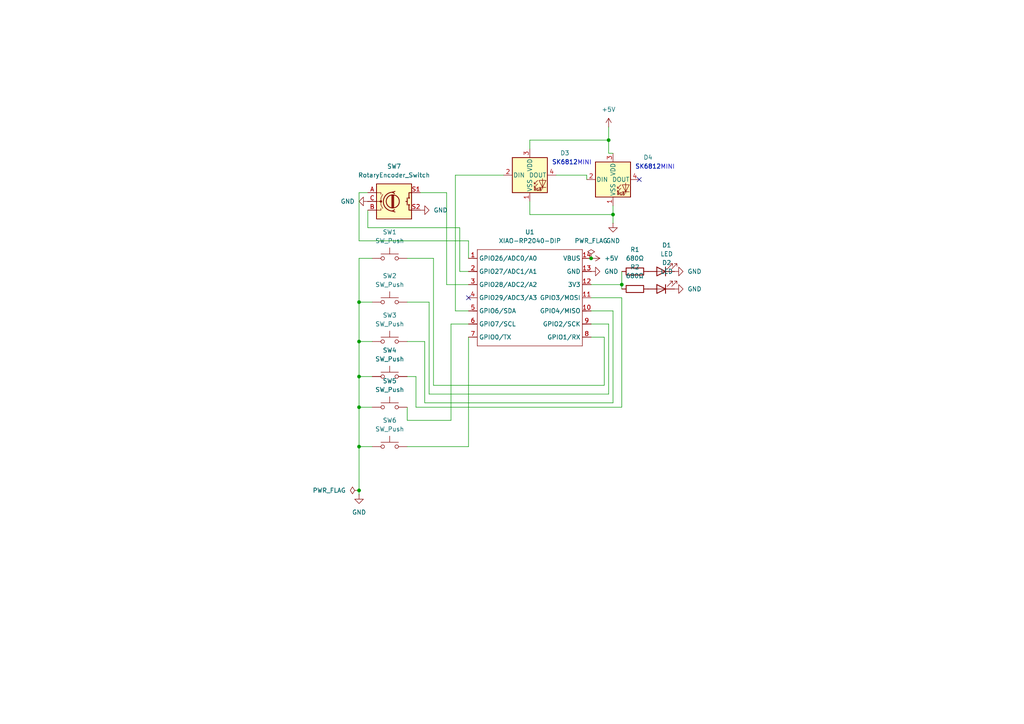
<source format=kicad_sch>
(kicad_sch (version 20250114) (generator "eeschema") (generator_version "9.0")
  (paper "A4")
  (lib_symbols
    (symbol "Device:LED" (pin_numbers (hide yes)) (pin_names (offset 1.016) (hide yes))
      (property "Reference" "D" (at 0 2.54 0))
      (property "Value" "LED" (at 0 -2.54 0))
      (symbol "LED_0_1"
        (polyline (pts (xy -3.048 -0.762) (xy -4.572 -2.286) (xy -3.81 -2.286) (xy -4.572 -2.286) (xy -4.572 -1.524)))
        (polyline (pts (xy -1.778 -0.762) (xy -3.302 -2.286) (xy -2.54 -2.286) (xy -3.302 -2.286) (xy -3.302 -1.524)))
        (polyline (pts (xy -1.27 0) (xy 1.27 0)))
        (polyline (pts (xy -1.27 -1.27) (xy -1.27 1.27)) (stroke (width 0.254)))
        (polyline (pts (xy 1.27 -1.27) (xy 1.27 1.27) (xy -1.27 0) (xy 1.27 -1.27)) (stroke (width 0.254)))
      )
      (symbol "LED_1_1"
        (pin passive line (at -3.81 0 0) (length 2.54) (name "K") (number "1"))
        (pin passive line (at 3.81 0 180) (length 2.54) (name "A") (number "2"))
      )
    )
    (symbol "Device:R" (pin_numbers (hide yes)) (pin_names (offset 0))
      (property "Reference" "R" (at 2.032 0 90))
      (property "Value" "R" (at 0 0 90))
      (symbol "R_0_1"
        (rectangle (start -1.016 -2.54) (end 1.016 2.54) (stroke (width 0.254)))
      )
      (symbol "R_1_1"
        (pin passive line (at 0 3.81 270) (length 1.27) (name "~") (number "1"))
        (pin passive line (at 0 -3.81 90) (length 1.27) (name "~") (number "2"))
      )
    )
    (symbol "Device:RotaryEncoder_Switch" (pin_names (offset 0.254) (hide yes))
      (property "Reference" "SW" (at 0 6.604 0))
      (property "Value" "RotaryEncoder_Switch" (at 0 -6.604 0))
      (symbol "RotaryEncoder_Switch_0_1"
        (rectangle (start -5.08 5.08) (end 5.08 -5.08) (stroke (width 0.254)) (fill (type background)))
        (polyline (pts (xy -5.08 2.54) (xy -3.81 2.54) (xy -3.81 2.032)))
        (polyline (pts (xy -5.08 0) (xy -3.81 0) (xy -3.81 -1.016) (xy -3.302 -2.032)))
        (polyline (pts (xy -5.08 -2.54) (xy -3.81 -2.54) (xy -3.81 -2.032)))
        (polyline (pts (xy -4.318 0) (xy -3.81 0) (xy -3.81 1.016) (xy -3.302 2.032)))
        (circle (center -3.81 0) (radius 0.254) (fill (type outline)))
        (polyline (pts (xy -0.635 -1.778) (xy -0.635 1.778)) (stroke (width 0.254)))
        (circle (center -0.381 0) (radius 1.905) (stroke (width 0.254)))
        (polyline (pts (xy -0.381 -1.778) (xy -0.381 1.778)) (stroke (width 0.254)))
        (arc (start -0.381 -2.794) (mid -3.0988 -0.0635) (end -0.381 2.667) (stroke (width 0.254)))
        (polyline (pts (xy -0.127 1.778) (xy -0.127 -1.778)) (stroke (width 0.254)))
        (polyline (pts (xy 0.254 2.921) (xy -0.508 2.667) (xy 0.127 2.286)) (stroke (width 0.254)))
        (polyline (pts (xy 0.254 -3.048) (xy -0.508 -2.794) (xy 0.127 -2.413)) (stroke (width 0.254)))
        (polyline (pts (xy 3.81 1.016) (xy 3.81 -1.016)) (stroke (width 0.254)))
        (polyline (pts (xy 3.81 0) (xy 3.429 0)) (stroke (width 0.254)))
        (circle (center 4.318 1.016) (radius 0.127) (stroke (width 0.254)))
        (circle (center 4.318 -1.016) (radius 0.127) (stroke (width 0.254)))
        (polyline (pts (xy 5.08 2.54) (xy 4.318 2.54) (xy 4.318 1.016)) (stroke (width 0.254)))
        (polyline (pts (xy 5.08 -2.54) (xy 4.318 -2.54) (xy 4.318 -1.016)) (stroke (width 0.254)))
      )
      (symbol "RotaryEncoder_Switch_1_1"
        (pin passive line (at -7.62 2.54 0) (length 2.54) (name "A") (number "A"))
        (pin passive line (at -7.62 0 0) (length 2.54) (name "C") (number "C"))
        (pin passive line (at -7.62 -2.54 0) (length 2.54) (name "B") (number "B"))
        (pin passive line (at 7.62 2.54 180) (length 2.54) (name "S1") (number "S1"))
        (pin passive line (at 7.62 -2.54 180) (length 2.54) (name "S2") (number "S2"))
      )
    )
    (symbol "LED:SK6812" (pin_names (offset 0.254))
      (property "Reference" "D" (at 5.08 5.715 0))
      (property "Value" "SK6812" (at 1.27 -5.715 0))
      (symbol "SK6812_0_0"
        (text "RGB" (at 2.286 -4.191 0) (effects (font (size 0.762 0.762))))
      )
      (symbol "SK6812_0_1"
        (polyline (pts (xy 1.27 -2.54) (xy 1.778 -2.54)))
        (polyline (pts (xy 1.27 -3.556) (xy 1.778 -3.556)))
        (polyline (pts (xy 2.286 -1.524) (xy 1.27 -2.54) (xy 1.27 -2.032)))
        (polyline (pts (xy 2.286 -2.54) (xy 1.27 -3.556) (xy 1.27 -3.048)))
        (polyline (pts (xy 3.683 -1.016) (xy 3.683 -3.556) (xy 3.683 -4.064)))
        (polyline (pts (xy 4.699 -1.524) (xy 2.667 -1.524) (xy 3.683 -3.556) (xy 4.699 -1.524)))
        (polyline (pts (xy 4.699 -3.556) (xy 2.667 -3.556)))
        (rectangle (start 5.08 5.08) (end -5.08 -5.08) (stroke (width 0.254)) (fill (type background)))
      )
      (symbol "SK6812_1_1"
        (pin input line (at -7.62 0 0) (length 2.54) (name "DIN") (number "2"))
        (pin power_in line (at 0 7.62 270) (length 2.54) (name "VDD") (number "3"))
        (pin power_in line (at 0 -7.62 90) (length 2.54) (name "VSS") (number "1"))
        (pin output line (at 7.62 0 180) (length 2.54) (name "DOUT") (number "4"))
      )
    )
    (symbol "OPL Library:XIAO-RP2040-DIP"
      (property "Reference" "U" (at 0 0 0))
      (property "Value" "XIAO-RP2040-DIP" (at 5.334 -1.778 0))
      (symbol "XIAO-RP2040-DIP_1_0"
        (polyline (pts (xy -1.27 -2.54) (xy 29.21 -2.54)) (stroke (width 0.1524)))
        (polyline (pts (xy -1.27 -5.08) (xy -2.54 -5.08)) (stroke (width 0.1524)))
        (polyline (pts (xy -1.27 -5.08) (xy -1.27 -2.54)) (stroke (width 0.1524)))
        (polyline (pts (xy -1.27 -8.89) (xy -2.54 -8.89)) (stroke (width 0.1524)))
        (polyline (pts (xy -1.27 -8.89) (xy -1.27 -5.08)) (stroke (width 0.1524)))
        (polyline (pts (xy -1.27 -12.7) (xy -2.54 -12.7)) (stroke (width 0.1524)))
        (polyline (pts (xy -1.27 -12.7) (xy -1.27 -8.89)) (stroke (width 0.1524)))
        (polyline (pts (xy -1.27 -16.51) (xy -2.54 -16.51)) (stroke (width 0.1524)))
        (polyline (pts (xy -1.27 -16.51) (xy -1.27 -12.7)) (stroke (width 0.1524)))
        (polyline (pts (xy -1.27 -20.32) (xy -2.54 -20.32)) (stroke (width 0.1524)))
        (polyline (pts (xy -1.27 -24.13) (xy -2.54 -24.13)) (stroke (width 0.1524)))
        (polyline (pts (xy -1.27 -27.94) (xy -2.54 -27.94)) (stroke (width 0.1524)))
        (polyline (pts (xy -1.27 -30.48) (xy -1.27 -16.51)) (stroke (width 0.1524)))
        (polyline (pts (xy 29.21 -2.54) (xy 29.21 -5.08)) (stroke (width 0.1524)))
        (polyline (pts (xy 29.21 -5.08) (xy 29.21 -8.89)) (stroke (width 0.1524)))
        (polyline (pts (xy 29.21 -8.89) (xy 29.21 -12.7)) (stroke (width 0.1524)))
        (polyline (pts (xy 29.21 -12.7) (xy 29.21 -30.48)) (stroke (width 0.1524)))
        (polyline (pts (xy 29.21 -30.48) (xy -1.27 -30.48)) (stroke (width 0.1524)))
        (polyline (pts (xy 30.48 -5.08) (xy 29.21 -5.08)) (stroke (width 0.1524)))
        (polyline (pts (xy 30.48 -8.89) (xy 29.21 -8.89)) (stroke (width 0.1524)))
        (polyline (pts (xy 30.48 -12.7) (xy 29.21 -12.7)) (stroke (width 0.1524)))
        (polyline (pts (xy 30.48 -16.51) (xy 29.21 -16.51)) (stroke (width 0.1524)))
        (polyline (pts (xy 30.48 -20.32) (xy 29.21 -20.32)) (stroke (width 0.1524)))
        (polyline (pts (xy 30.48 -24.13) (xy 29.21 -24.13)) (stroke (width 0.1524)))
        (polyline (pts (xy 30.48 -27.94) (xy 29.21 -27.94)) (stroke (width 0.1524)))
        (pin passive line (at -3.81 -5.08 0) (length 2.54) (name "GPIO26/ADC0/A0") (number "1"))
        (pin passive line (at -3.81 -8.89 0) (length 2.54) (name "GPIO27/ADC1/A1") (number "2"))
        (pin passive line (at -3.81 -12.7 0) (length 2.54) (name "GPIO28/ADC2/A2") (number "3"))
        (pin passive line (at -3.81 -16.51 0) (length 2.54) (name "GPIO29/ADC3/A3") (number "4"))
        (pin passive line (at -3.81 -20.32 0) (length 2.54) (name "GPIO6/SDA") (number "5"))
        (pin passive line (at -3.81 -24.13 0) (length 2.54) (name "GPIO7/SCL") (number "6"))
        (pin passive line (at -3.81 -27.94 0) (length 2.54) (name "GPIO0/TX") (number "7"))
        (pin passive line (at 31.75 -5.08 180) (length 2.54) (name "VBUS") (number "14"))
        (pin passive line (at 31.75 -8.89 180) (length 2.54) (name "GND") (number "13"))
        (pin passive line (at 31.75 -12.7 180) (length 2.54) (name "3V3") (number "12"))
        (pin passive line (at 31.75 -16.51 180) (length 2.54) (name "GPIO3/MOSI") (number "11"))
        (pin passive line (at 31.75 -20.32 180) (length 2.54) (name "GPIO4/MISO") (number "10"))
        (pin passive line (at 31.75 -24.13 180) (length 2.54) (name "GPIO2/SCK") (number "9"))
        (pin passive line (at 31.75 -27.94 180) (length 2.54) (name "GPIO1/RX") (number "8"))
      )
    )
    (symbol "Switch:SW_Push" (pin_numbers (hide yes)) (pin_names (offset 1.016) (hide yes))
      (property "Reference" "SW" (at 1.27 2.54 0))
      (property "Value" "SW_Push" (at 0 -1.524 0))
      (symbol "SW_Push_0_1"
        (circle (center -2.032 0) (radius 0.508))
        (polyline (pts (xy 0 1.27) (xy 0 3.048)))
        (circle (center 2.032 0) (radius 0.508))
        (polyline (pts (xy 2.54 1.27) (xy -2.54 1.27)))
        (pin passive line (at -5.08 0 0) (length 2.54) (name "1") (number "1"))
        (pin passive line (at 5.08 0 180) (length 2.54) (name "2") (number "2"))
      )
    )
    (symbol "power:+5V" (power) (pin_numbers (hide yes)) (pin_names (offset 0) (hide yes))
      (property "Value" "+5V" (at 0 3.556 0))
      (symbol "+5V_0_1"
        (polyline (pts (xy -0.762 1.27) (xy 0 2.54)))
        (polyline (pts (xy 0 2.54) (xy 0.762 1.27)))
        (polyline (pts (xy 0 0) (xy 0 2.54)))
      )
      (symbol "+5V_1_1"
        (pin power_in line (at 0 0 90) (length 0) (name "~") (number "1"))
      )
    )
    (symbol "power:GND" (power) (pin_numbers (hide yes)) (pin_names (offset 0) (hide yes))
      (property "Value" "GND" (at 0 -3.81 0))
      (symbol "GND_0_1"
        (polyline (pts (xy 0 0) (xy 0 -1.27) (xy 1.27 -1.27) (xy 0 -2.54) (xy -1.27 -1.27) (xy 0 -1.27)))
      )
      (symbol "GND_1_1"
        (pin power_in line (at 0 0 270) (length 0) (name "~") (number "1"))
      )
    )
    (symbol "power:PWR_FLAG" (power) (pin_numbers (hide yes)) (pin_names (offset 0) (hide yes))
      (property "Value" "PWR_FLAG" (at 0 3.81 0))
      (symbol "PWR_FLAG_0_0"
        (pin power_out line (at 0 0 90) (length 0) (name "~") (number "1"))
      )
      (symbol "PWR_FLAG_0_1"
        (polyline (pts (xy 0 0) (xy 0 1.27) (xy -1.016 1.905) (xy 0 2.54) (xy 1.016 1.905) (xy 0 1.27)))
      )
    )
  )
  (text "SK6812MINI" (at 189.992 48.514 0) (effects (font (size 1.27 1.27))))
  (text "SK6812MINI" (at 165.862 47.244 0) (effects (font (size 1.27 1.27))))
  (junction (at 176.53 40.64))
  (junction (at 104.14 142.24))
  (junction (at 104.14 118.11))
  (junction (at 177.8 62.23))
  (junction (at 180.34 82.55))
  (junction (at 104.14 87.63))
  (junction (at 171.45 74.93))
  (junction (at 104.14 99.06))
  (junction (at 104.14 129.54))
  (junction (at 104.14 109.22))
  (no_connect (at 135.89 86.36))
  (no_connect (at 185.42 52.07))
  (wire (pts (xy 104.14 118.11) (xy 104.14 109.22)))
  (wire (pts (xy 176.53 40.64) (xy 176.53 44.45)))
  (wire (pts (xy 124.46 114.3) (xy 176.53 114.3)))
  (wire (pts (xy 118.11 74.93) (xy 125.73 74.93)))
  (wire (pts (xy 118.11 118.11) (xy 118.11 121.92)))
  (wire (pts (xy 118.11 129.54) (xy 135.89 129.54)))
  (wire (pts (xy 104.14 109.22) (xy 107.95 109.22)))
  (wire (pts (xy 177.8 59.69) (xy 177.8 62.23)))
  (wire (pts (xy 129.54 82.55) (xy 135.89 82.55)))
  (wire (pts (xy 124.46 87.63) (xy 124.46 114.3)))
  (wire (pts (xy 106.68 66.04) (xy 133.35 66.04)))
  (wire (pts (xy 176.53 44.45) (xy 177.8 44.45)))
  (wire (pts (xy 171.45 93.98) (xy 176.53 93.98)))
  (wire (pts (xy 153.67 40.64) (xy 153.67 43.18)))
  (wire (pts (xy 104.14 99.06) (xy 107.95 99.06)))
  (wire (pts (xy 176.53 114.3) (xy 176.53 93.98)))
  (wire (pts (xy 104.14 87.63) (xy 104.14 74.93)))
  (wire (pts (xy 130.81 93.98) (xy 135.89 93.98)))
  (wire (pts (xy 123.19 99.06) (xy 123.19 116.84)))
  (wire (pts (xy 104.14 55.88) (xy 104.14 69.85)))
  (wire (pts (xy 132.08 90.17) (xy 135.89 90.17)))
  (wire (pts (xy 176.53 40.64) (xy 153.67 40.64)))
  (wire (pts (xy 171.45 82.55) (xy 180.34 82.55)))
  (wire (pts (xy 120.65 109.22) (xy 120.65 118.11)))
  (wire (pts (xy 104.14 74.93) (xy 107.95 74.93)))
  (wire (pts (xy 118.11 99.06) (xy 123.19 99.06)))
  (wire (pts (xy 123.19 116.84) (xy 177.8 116.84)))
  (wire (pts (xy 121.92 55.88) (xy 129.54 55.88)))
  (wire (pts (xy 153.67 62.23) (xy 177.8 62.23)))
  (wire (pts (xy 146.05 50.8) (xy 132.08 50.8)))
  (wire (pts (xy 104.14 118.11) (xy 107.95 118.11)))
  (wire (pts (xy 161.29 50.8) (xy 170.18 50.8)))
  (wire (pts (xy 104.14 87.63) (xy 107.95 87.63)))
  (wire (pts (xy 153.67 58.42) (xy 153.67 62.23)))
  (wire (pts (xy 106.68 55.88) (xy 104.14 55.88)))
  (wire (pts (xy 118.11 121.92) (xy 130.81 121.92)))
  (wire (pts (xy 104.14 99.06) (xy 104.14 87.63)))
  (wire (pts (xy 132.08 50.8) (xy 132.08 90.17)))
  (wire (pts (xy 133.35 66.04) (xy 133.35 78.74)))
  (wire (pts (xy 106.68 60.96) (xy 106.68 66.04)))
  (wire (pts (xy 104.14 142.24) (xy 104.14 129.54)))
  (wire (pts (xy 104.14 129.54) (xy 107.95 129.54)))
  (wire (pts (xy 125.73 74.93) (xy 125.73 111.76)))
  (wire (pts (xy 104.14 69.85) (xy 135.89 69.85)))
  (wire (pts (xy 180.34 86.36) (xy 171.45 86.36)))
  (wire (pts (xy 176.53 36.83) (xy 176.53 40.64)))
  (wire (pts (xy 170.18 50.8) (xy 170.18 52.07)))
  (wire (pts (xy 135.89 69.85) (xy 135.89 74.93)))
  (wire (pts (xy 118.11 109.22) (xy 120.65 109.22)))
  (wire (pts (xy 125.73 111.76) (xy 175.26 111.76)))
  (wire (pts (xy 135.89 129.54) (xy 135.89 97.79)))
  (wire (pts (xy 104.14 143.51) (xy 104.14 142.24)))
  (wire (pts (xy 133.35 78.74) (xy 135.89 78.74)))
  (wire (pts (xy 129.54 55.88) (xy 129.54 82.55)))
  (wire (pts (xy 120.65 118.11) (xy 180.34 118.11)))
  (wire (pts (xy 177.8 62.23) (xy 177.8 64.77)))
  (wire (pts (xy 175.26 111.76) (xy 175.26 97.79)))
  (wire (pts (xy 180.34 78.74) (xy 180.34 82.55)))
  (wire (pts (xy 104.14 129.54) (xy 104.14 118.11)))
  (wire (pts (xy 180.34 82.55) (xy 180.34 83.82)))
  (wire (pts (xy 130.81 121.92) (xy 130.81 93.98)))
  (wire (pts (xy 180.34 118.11) (xy 180.34 86.36)))
  (wire (pts (xy 177.8 90.17) (xy 171.45 90.17)))
  (wire (pts (xy 104.14 109.22) (xy 104.14 99.06)))
  (wire (pts (xy 171.45 97.79) (xy 175.26 97.79)))
  (wire (pts (xy 177.8 116.84) (xy 177.8 90.17)))
  (wire (pts (xy 118.11 87.63) (xy 124.46 87.63)))
  (symbol (lib_id "power:GND") (at 177.8 64.77 0) (unit 1)
    (property "Reference" "#PWR03" (effects (hide yes)))
    (property "Value" "GND" (at 177.8 69.85 0))
    (property "Description" "Power symbol creates a global label with name \"GND\" , ground" (effects (hide yes)))
  )
  (symbol (lib_id "power:GND") (at 171.45 78.74 90) (unit 1)
    (property "Reference" "#PWR02" (effects (hide yes)))
    (property "Value" "GND" (at 175.26 78.7399 90) (effects (justify right)))
    (property "Description" "Power symbol creates a global label with name \"GND\" , ground" (effects (hide yes)))
  )
  (symbol (lib_id "power:GND") (at 121.92 60.96 90) (unit 1)
    (property "Reference" "#PWR06" (effects (hide yes)))
    (property "Value" "GND" (at 125.73 60.9599 90) (effects (justify right)))
    (property "Description" "Power symbol creates a global label with name \"GND\" , ground" (effects (hide yes)))
  )
  (symbol (lib_id "power:+5V") (at 176.53 36.83 0) (unit 1)
    (property "Reference" "#PWR05" (effects (hide yes)))
    (property "Value" "+5V" (at 176.53 31.75 0))
    (property "Description" "Power symbol creates a global label with name \"+5V\"" (effects (hide yes)))
  )
  (symbol (lib_id "Device:LED") (at 191.77 83.82 180) (unit 1)
    (property "Reference" "D2" (at 193.3575 76.2 0))
    (property "Value" "LED" (at 193.3575 78.74 0))
    (property "Footprint" "LED_THT:LED_D3.0mm" (effects (hide yes)))
    (property "Description" "Light emitting diode" (effects (hide yes)))
    (property "Sim.Pins" "1=K 2=A" (effects (hide yes)))
  )
  (symbol (lib_id "LED:SK6812") (at 177.8 52.07 0) (unit 1)
    (property "Reference" "D4" (at 187.96 45.6498 0))
    (property "Value" "SK6812" (at 187.96 48.1898 0))
    (property "Footprint" "LED_SMD:LED_SK6812_PLCC4_5.0x5.0mm_P3.2mm" (effects (hide yes)))
    (property "Datasheet" "https://cdn-shop.adafruit.com/product-files/1138/SK6812+LED+datasheet+.pdf" (effects (hide yes)))
    (property "Description" "RGB LED with integrated controller" (effects (hide yes)))
  )
  (symbol (lib_id "power:PWR_FLAG") (at 104.14 142.24 90) (unit 1)
    (property "Reference" "#FLG02" (effects (hide yes)))
    (property "Value" "PWR_FLAG" (at 100.33 142.2399 90) (effects (justify left)))
    (property "Description" "Special symbol for telling ERC where power comes from" (effects (hide yes)))
  )
  (symbol (lib_id "power:GND") (at 195.58 83.82 90) (unit 1)
    (property "Reference" "#PWR09" (effects (hide yes)))
    (property "Value" "GND" (at 199.39 83.8199 90) (effects (justify right)))
    (property "Description" "Power symbol creates a global label with name \"GND\" , ground" (effects (hide yes)))
  )
  (symbol (lib_id "Switch:SW_Push") (at 113.03 99.06 0) (unit 1)
    (property "Reference" "SW3" (at 113.03 91.44 0))
    (property "Value" "SW_Push" (at 113.03 93.98 0))
    (property "Footprint" "Button_Switch_Keyboard:SW_Cherry_MX_1.00u_PCB" (effects (hide yes)))
    (property "Description" "Push button switch, generic, two pins" (effects (hide yes)))
  )
  (symbol (lib_id "power:+5V") (at 171.45 74.93 270) (unit 1)
    (property "Reference" "#PWR04" (effects (hide yes)))
    (property "Value" "+5V" (at 175.26 74.9299 90) (effects (justify left)))
    (property "Description" "Power symbol creates a global label with name \"+5V\"" (effects (hide yes)))
  )
  (symbol (lib_id "power:GND") (at 195.58 78.74 90) (unit 1)
    (property "Reference" "#PWR08" (effects (hide yes)))
    (property "Value" "GND" (at 199.39 78.7399 90) (effects (justify right)))
    (property "Description" "Power symbol creates a global label with name \"GND\" , ground" (effects (hide yes)))
  )
  (symbol (lib_id "Device:LED") (at 191.77 78.74 180) (unit 1)
    (property "Reference" "D1" (at 193.3575 71.12 0))
    (property "Value" "LED" (at 193.3575 73.66 0))
    (property "Footprint" "LED_THT:LED_D3.0mm" (effects (hide yes)))
    (property "Description" "Light emitting diode" (effects (hide yes)))
    (property "Sim.Pins" "1=K 2=A" (effects (hide yes)))
  )
  (symbol (lib_id "power:GND") (at 104.14 143.51 0) (unit 1)
    (property "Reference" "#PWR01" (effects (hide yes)))
    (property "Value" "GND" (at 104.14 148.59 0))
    (property "Description" "Power symbol creates a global label with name \"GND\" , ground" (effects (hide yes)))
  )
  (symbol (lib_id "Device:R") (at 184.15 83.82 90) (unit 1)
    (property "Reference" "R2" (at 184.15 77.47 90))
    (property "Value" "680Ω" (at 184.15 80.01 90))
    (property "Footprint" "Resistor_THT:R_Axial_DIN0207_L6.3mm_D2.5mm_P7.62mm_Horizontal" (effects (hide yes)))
    (property "Description" "Resistor" (effects (hide yes)))
  )
  (symbol (lib_id "Switch:SW_Push") (at 113.03 87.63 0) (unit 1)
    (property "Reference" "SW2" (at 113.03 80.01 0))
    (property "Value" "SW_Push" (at 113.03 82.55 0))
    (property "Footprint" "Button_Switch_Keyboard:SW_Cherry_MX_1.00u_PCB" (effects (hide yes)))
    (property "Description" "Push button switch, generic, two pins" (effects (hide yes)))
  )
  (symbol (lib_id "Switch:SW_Push") (at 113.03 129.54 0) (unit 1)
    (property "Reference" "SW6" (at 113.03 121.92 0))
    (property "Value" "SW_Push" (at 113.03 124.46 0))
    (property "Footprint" "Button_Switch_Keyboard:SW_Cherry_MX_1.00u_PCB" (effects (hide yes)))
    (property "Description" "Push button switch, generic, two pins" (effects (hide yes)))
  )
  (symbol (lib_id "Switch:SW_Push") (at 113.03 74.93 0) (unit 1)
    (property "Reference" "SW1" (at 113.03 67.31 0))
    (property "Value" "SW_Push" (at 113.03 69.85 0))
    (property "Footprint" "Button_Switch_Keyboard:SW_Cherry_MX_1.00u_PCB" (effects (hide yes)))
    (property "Description" "Push button switch, generic, two pins" (effects (hide yes)))
  )
  (symbol (lib_id "Switch:SW_Push") (at 113.03 118.11 0) (unit 1)
    (property "Reference" "SW5" (at 113.03 110.49 0))
    (property "Value" "SW_Push" (at 113.03 113.03 0))
    (property "Footprint" "Button_Switch_Keyboard:SW_Cherry_MX_1.00u_PCB" (effects (hide yes)))
    (property "Description" "Push button switch, generic, two pins" (effects (hide yes)))
  )
  (symbol (lib_id "OPL Library:XIAO-RP2040-DIP") (at 139.7 69.85 0) (unit 1)
    (property "Reference" "U1" (at 153.67 67.31 0))
    (property "Value" "XIAO-RP2040-DIP" (at 153.67 69.85 0))
    (property "Footprint" "XIAO_Footprints:XIAO-RP2040-DIP" (effects (hide yes)))
  )
  (symbol (lib_id "Switch:SW_Push") (at 113.03 109.22 0) (unit 1)
    (property "Reference" "SW4" (at 113.03 101.6 0))
    (property "Value" "SW_Push" (at 113.03 104.14 0))
    (property "Footprint" "Button_Switch_Keyboard:SW_Cherry_MX_1.00u_PCB" (effects (hide yes)))
    (property "Description" "Push button switch, generic, two pins" (effects (hide yes)))
  )
  (symbol (lib_id "power:GND") (at 106.68 58.42 270) (unit 1)
    (property "Reference" "#PWR07" (effects (hide yes)))
    (property "Value" "GND" (at 102.87 58.4199 90) (effects (justify right)))
    (property "Description" "Power symbol creates a global label with name \"GND\" , ground" (effects (hide yes)))
  )
  (symbol (lib_id "power:PWR_FLAG") (at 171.45 74.93 0) (unit 1)
    (property "Reference" "#FLG01" (effects (hide yes)))
    (property "Value" "PWR_FLAG" (at 171.45 69.85 0))
    (property "Description" "Special symbol for telling ERC where power comes from" (effects (hide yes)))
  )
  (symbol (lib_id "Device:RotaryEncoder_Switch") (at 114.3 58.42 0) (unit 1)
    (property "Reference" "SW7" (at 114.3 48.26 0))
    (property "Value" "RotaryEncoder_Switch" (at 114.3 50.8 0))
    (property "Footprint" "Rotary_Encoder:RotaryEncoder_Alps_EC11E-Switch_Vertical_H20mm" (effects (hide yes)))
    (property "Description" "Rotary encoder, dual channel, incremental quadrate outputs, with switch" (effects (hide yes)))
  )
  (symbol (lib_id "LED:SK6812") (at 153.67 50.8 0) (unit 1)
    (property "Reference" "D3" (at 163.83 44.3798 0))
    (property "Value" "SK6812" (at 163.83 46.9198 0))
    (property "Footprint" "LED_SMD:LED_SK6812_PLCC4_5.0x5.0mm_P3.2mm" (effects (hide yes)))
    (property "Datasheet" "https://cdn-shop.adafruit.com/product-files/1138/SK6812+LED+datasheet+.pdf" (effects (hide yes)))
    (property "Description" "RGB LED with integrated controller" (effects (hide yes)))
  )
  (symbol (lib_id "Device:R") (at 184.15 78.74 90) (unit 1)
    (property "Reference" "R1" (at 184.15 72.39 90))
    (property "Value" "680Ω" (at 184.15 74.93 90))
    (property "Footprint" "Resistor_THT:R_Axial_DIN0207_L6.3mm_D2.5mm_P7.62mm_Horizontal" (effects (hide yes)))
    (property "Description" "Resistor" (effects (hide yes)))
  )
)
</source>
